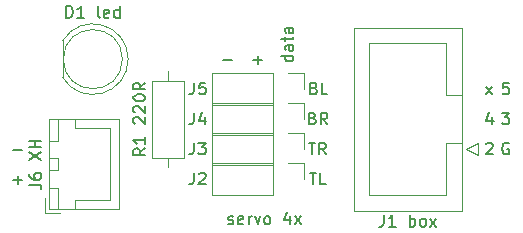
<source format=gbr>
%TF.GenerationSoftware,KiCad,Pcbnew,7.0.7*%
%TF.CreationDate,2024-12-21T21:28:54+01:00*%
%TF.ProjectId,servo_board,73657276-6f5f-4626-9f61-72642e6b6963,1.0*%
%TF.SameCoordinates,Original*%
%TF.FileFunction,Legend,Top*%
%TF.FilePolarity,Positive*%
%FSLAX46Y46*%
G04 Gerber Fmt 4.6, Leading zero omitted, Abs format (unit mm)*
G04 Created by KiCad (PCBNEW 7.0.7) date 2024-12-21 21:28:54*
%MOMM*%
%LPD*%
G01*
G04 APERTURE LIST*
%ADD10C,0.150000*%
%ADD11C,0.120000*%
G04 APERTURE END LIST*
D10*
X97409048Y-55953866D02*
X98170953Y-55953866D01*
X97790000Y-56334819D02*
X97790000Y-55572914D01*
X95289160Y-69822200D02*
X95384398Y-69869819D01*
X95384398Y-69869819D02*
X95574874Y-69869819D01*
X95574874Y-69869819D02*
X95670112Y-69822200D01*
X95670112Y-69822200D02*
X95717731Y-69726961D01*
X95717731Y-69726961D02*
X95717731Y-69679342D01*
X95717731Y-69679342D02*
X95670112Y-69584104D01*
X95670112Y-69584104D02*
X95574874Y-69536485D01*
X95574874Y-69536485D02*
X95432017Y-69536485D01*
X95432017Y-69536485D02*
X95336779Y-69488866D01*
X95336779Y-69488866D02*
X95289160Y-69393628D01*
X95289160Y-69393628D02*
X95289160Y-69346009D01*
X95289160Y-69346009D02*
X95336779Y-69250771D01*
X95336779Y-69250771D02*
X95432017Y-69203152D01*
X95432017Y-69203152D02*
X95574874Y-69203152D01*
X95574874Y-69203152D02*
X95670112Y-69250771D01*
X96527255Y-69822200D02*
X96432017Y-69869819D01*
X96432017Y-69869819D02*
X96241541Y-69869819D01*
X96241541Y-69869819D02*
X96146303Y-69822200D01*
X96146303Y-69822200D02*
X96098684Y-69726961D01*
X96098684Y-69726961D02*
X96098684Y-69346009D01*
X96098684Y-69346009D02*
X96146303Y-69250771D01*
X96146303Y-69250771D02*
X96241541Y-69203152D01*
X96241541Y-69203152D02*
X96432017Y-69203152D01*
X96432017Y-69203152D02*
X96527255Y-69250771D01*
X96527255Y-69250771D02*
X96574874Y-69346009D01*
X96574874Y-69346009D02*
X96574874Y-69441247D01*
X96574874Y-69441247D02*
X96098684Y-69536485D01*
X97003446Y-69869819D02*
X97003446Y-69203152D01*
X97003446Y-69393628D02*
X97051065Y-69298390D01*
X97051065Y-69298390D02*
X97098684Y-69250771D01*
X97098684Y-69250771D02*
X97193922Y-69203152D01*
X97193922Y-69203152D02*
X97289160Y-69203152D01*
X97527256Y-69203152D02*
X97765351Y-69869819D01*
X97765351Y-69869819D02*
X98003446Y-69203152D01*
X98527256Y-69869819D02*
X98432018Y-69822200D01*
X98432018Y-69822200D02*
X98384399Y-69774580D01*
X98384399Y-69774580D02*
X98336780Y-69679342D01*
X98336780Y-69679342D02*
X98336780Y-69393628D01*
X98336780Y-69393628D02*
X98384399Y-69298390D01*
X98384399Y-69298390D02*
X98432018Y-69250771D01*
X98432018Y-69250771D02*
X98527256Y-69203152D01*
X98527256Y-69203152D02*
X98670113Y-69203152D01*
X98670113Y-69203152D02*
X98765351Y-69250771D01*
X98765351Y-69250771D02*
X98812970Y-69298390D01*
X98812970Y-69298390D02*
X98860589Y-69393628D01*
X98860589Y-69393628D02*
X98860589Y-69679342D01*
X98860589Y-69679342D02*
X98812970Y-69774580D01*
X98812970Y-69774580D02*
X98765351Y-69822200D01*
X98765351Y-69822200D02*
X98670113Y-69869819D01*
X98670113Y-69869819D02*
X98527256Y-69869819D01*
X100479637Y-69203152D02*
X100479637Y-69869819D01*
X100241542Y-68822200D02*
X100003447Y-69536485D01*
X100003447Y-69536485D02*
X100622494Y-69536485D01*
X100908209Y-69869819D02*
X101432018Y-69203152D01*
X100908209Y-69203152D02*
X101432018Y-69869819D01*
X119043220Y-63002438D02*
X118947982Y-62954819D01*
X118947982Y-62954819D02*
X118805125Y-62954819D01*
X118805125Y-62954819D02*
X118662268Y-63002438D01*
X118662268Y-63002438D02*
X118567030Y-63097676D01*
X118567030Y-63097676D02*
X118519411Y-63192914D01*
X118519411Y-63192914D02*
X118471792Y-63383390D01*
X118471792Y-63383390D02*
X118471792Y-63526247D01*
X118471792Y-63526247D02*
X118519411Y-63716723D01*
X118519411Y-63716723D02*
X118567030Y-63811961D01*
X118567030Y-63811961D02*
X118662268Y-63907200D01*
X118662268Y-63907200D02*
X118805125Y-63954819D01*
X118805125Y-63954819D02*
X118900363Y-63954819D01*
X118900363Y-63954819D02*
X119043220Y-63907200D01*
X119043220Y-63907200D02*
X119090839Y-63859580D01*
X119090839Y-63859580D02*
X119090839Y-63526247D01*
X119090839Y-63526247D02*
X118900363Y-63526247D01*
X118471792Y-60414819D02*
X119090839Y-60414819D01*
X119090839Y-60414819D02*
X118757506Y-60795771D01*
X118757506Y-60795771D02*
X118900363Y-60795771D01*
X118900363Y-60795771D02*
X118995601Y-60843390D01*
X118995601Y-60843390D02*
X119043220Y-60891009D01*
X119043220Y-60891009D02*
X119090839Y-60986247D01*
X119090839Y-60986247D02*
X119090839Y-61224342D01*
X119090839Y-61224342D02*
X119043220Y-61319580D01*
X119043220Y-61319580D02*
X118995601Y-61367200D01*
X118995601Y-61367200D02*
X118900363Y-61414819D01*
X118900363Y-61414819D02*
X118614649Y-61414819D01*
X118614649Y-61414819D02*
X118519411Y-61367200D01*
X118519411Y-61367200D02*
X118471792Y-61319580D01*
X117129160Y-63050057D02*
X117176779Y-63002438D01*
X117176779Y-63002438D02*
X117272017Y-62954819D01*
X117272017Y-62954819D02*
X117510112Y-62954819D01*
X117510112Y-62954819D02*
X117605350Y-63002438D01*
X117605350Y-63002438D02*
X117652969Y-63050057D01*
X117652969Y-63050057D02*
X117700588Y-63145295D01*
X117700588Y-63145295D02*
X117700588Y-63240533D01*
X117700588Y-63240533D02*
X117652969Y-63383390D01*
X117652969Y-63383390D02*
X117081541Y-63954819D01*
X117081541Y-63954819D02*
X117700588Y-63954819D01*
X117605350Y-60748152D02*
X117605350Y-61414819D01*
X117367255Y-60367200D02*
X117129160Y-61081485D01*
X117129160Y-61081485D02*
X117748207Y-61081485D01*
X119043220Y-57874819D02*
X118567030Y-57874819D01*
X118567030Y-57874819D02*
X118519411Y-58351009D01*
X118519411Y-58351009D02*
X118567030Y-58303390D01*
X118567030Y-58303390D02*
X118662268Y-58255771D01*
X118662268Y-58255771D02*
X118900363Y-58255771D01*
X118900363Y-58255771D02*
X118995601Y-58303390D01*
X118995601Y-58303390D02*
X119043220Y-58351009D01*
X119043220Y-58351009D02*
X119090839Y-58446247D01*
X119090839Y-58446247D02*
X119090839Y-58684342D01*
X119090839Y-58684342D02*
X119043220Y-58779580D01*
X119043220Y-58779580D02*
X118995601Y-58827200D01*
X118995601Y-58827200D02*
X118900363Y-58874819D01*
X118900363Y-58874819D02*
X118662268Y-58874819D01*
X118662268Y-58874819D02*
X118567030Y-58827200D01*
X118567030Y-58827200D02*
X118519411Y-58779580D01*
X117081541Y-58874819D02*
X117605350Y-58208152D01*
X117081541Y-58208152D02*
X117605350Y-58874819D01*
X102536666Y-58351009D02*
X102679523Y-58398628D01*
X102679523Y-58398628D02*
X102727142Y-58446247D01*
X102727142Y-58446247D02*
X102774761Y-58541485D01*
X102774761Y-58541485D02*
X102774761Y-58684342D01*
X102774761Y-58684342D02*
X102727142Y-58779580D01*
X102727142Y-58779580D02*
X102679523Y-58827200D01*
X102679523Y-58827200D02*
X102584285Y-58874819D01*
X102584285Y-58874819D02*
X102203333Y-58874819D01*
X102203333Y-58874819D02*
X102203333Y-57874819D01*
X102203333Y-57874819D02*
X102536666Y-57874819D01*
X102536666Y-57874819D02*
X102631904Y-57922438D01*
X102631904Y-57922438D02*
X102679523Y-57970057D01*
X102679523Y-57970057D02*
X102727142Y-58065295D01*
X102727142Y-58065295D02*
X102727142Y-58160533D01*
X102727142Y-58160533D02*
X102679523Y-58255771D01*
X102679523Y-58255771D02*
X102631904Y-58303390D01*
X102631904Y-58303390D02*
X102536666Y-58351009D01*
X102536666Y-58351009D02*
X102203333Y-58351009D01*
X103679523Y-58874819D02*
X103203333Y-58874819D01*
X103203333Y-58874819D02*
X103203333Y-57874819D01*
X102441428Y-60891009D02*
X102584285Y-60938628D01*
X102584285Y-60938628D02*
X102631904Y-60986247D01*
X102631904Y-60986247D02*
X102679523Y-61081485D01*
X102679523Y-61081485D02*
X102679523Y-61224342D01*
X102679523Y-61224342D02*
X102631904Y-61319580D01*
X102631904Y-61319580D02*
X102584285Y-61367200D01*
X102584285Y-61367200D02*
X102489047Y-61414819D01*
X102489047Y-61414819D02*
X102108095Y-61414819D01*
X102108095Y-61414819D02*
X102108095Y-60414819D01*
X102108095Y-60414819D02*
X102441428Y-60414819D01*
X102441428Y-60414819D02*
X102536666Y-60462438D01*
X102536666Y-60462438D02*
X102584285Y-60510057D01*
X102584285Y-60510057D02*
X102631904Y-60605295D01*
X102631904Y-60605295D02*
X102631904Y-60700533D01*
X102631904Y-60700533D02*
X102584285Y-60795771D01*
X102584285Y-60795771D02*
X102536666Y-60843390D01*
X102536666Y-60843390D02*
X102441428Y-60891009D01*
X102441428Y-60891009D02*
X102108095Y-60891009D01*
X103679523Y-61414819D02*
X103346190Y-60938628D01*
X103108095Y-61414819D02*
X103108095Y-60414819D01*
X103108095Y-60414819D02*
X103489047Y-60414819D01*
X103489047Y-60414819D02*
X103584285Y-60462438D01*
X103584285Y-60462438D02*
X103631904Y-60510057D01*
X103631904Y-60510057D02*
X103679523Y-60605295D01*
X103679523Y-60605295D02*
X103679523Y-60748152D01*
X103679523Y-60748152D02*
X103631904Y-60843390D01*
X103631904Y-60843390D02*
X103584285Y-60891009D01*
X103584285Y-60891009D02*
X103489047Y-60938628D01*
X103489047Y-60938628D02*
X103108095Y-60938628D01*
X102084286Y-62954819D02*
X102655714Y-62954819D01*
X102370000Y-63954819D02*
X102370000Y-62954819D01*
X103560476Y-63954819D02*
X103227143Y-63478628D01*
X102989048Y-63954819D02*
X102989048Y-62954819D01*
X102989048Y-62954819D02*
X103370000Y-62954819D01*
X103370000Y-62954819D02*
X103465238Y-63002438D01*
X103465238Y-63002438D02*
X103512857Y-63050057D01*
X103512857Y-63050057D02*
X103560476Y-63145295D01*
X103560476Y-63145295D02*
X103560476Y-63288152D01*
X103560476Y-63288152D02*
X103512857Y-63383390D01*
X103512857Y-63383390D02*
X103465238Y-63431009D01*
X103465238Y-63431009D02*
X103370000Y-63478628D01*
X103370000Y-63478628D02*
X102989048Y-63478628D01*
X102179524Y-65494819D02*
X102750952Y-65494819D01*
X102465238Y-66494819D02*
X102465238Y-65494819D01*
X103560476Y-66494819D02*
X103084286Y-66494819D01*
X103084286Y-66494819D02*
X103084286Y-65494819D01*
X100784819Y-55586190D02*
X99784819Y-55586190D01*
X100737200Y-55586190D02*
X100784819Y-55681428D01*
X100784819Y-55681428D02*
X100784819Y-55871904D01*
X100784819Y-55871904D02*
X100737200Y-55967142D01*
X100737200Y-55967142D02*
X100689580Y-56014761D01*
X100689580Y-56014761D02*
X100594342Y-56062380D01*
X100594342Y-56062380D02*
X100308628Y-56062380D01*
X100308628Y-56062380D02*
X100213390Y-56014761D01*
X100213390Y-56014761D02*
X100165771Y-55967142D01*
X100165771Y-55967142D02*
X100118152Y-55871904D01*
X100118152Y-55871904D02*
X100118152Y-55681428D01*
X100118152Y-55681428D02*
X100165771Y-55586190D01*
X100784819Y-54681428D02*
X100261009Y-54681428D01*
X100261009Y-54681428D02*
X100165771Y-54729047D01*
X100165771Y-54729047D02*
X100118152Y-54824285D01*
X100118152Y-54824285D02*
X100118152Y-55014761D01*
X100118152Y-55014761D02*
X100165771Y-55109999D01*
X100737200Y-54681428D02*
X100784819Y-54776666D01*
X100784819Y-54776666D02*
X100784819Y-55014761D01*
X100784819Y-55014761D02*
X100737200Y-55109999D01*
X100737200Y-55109999D02*
X100641961Y-55157618D01*
X100641961Y-55157618D02*
X100546723Y-55157618D01*
X100546723Y-55157618D02*
X100451485Y-55109999D01*
X100451485Y-55109999D02*
X100403866Y-55014761D01*
X100403866Y-55014761D02*
X100403866Y-54776666D01*
X100403866Y-54776666D02*
X100356247Y-54681428D01*
X100118152Y-54348094D02*
X100118152Y-53967142D01*
X99784819Y-54205237D02*
X100641961Y-54205237D01*
X100641961Y-54205237D02*
X100737200Y-54157618D01*
X100737200Y-54157618D02*
X100784819Y-54062380D01*
X100784819Y-54062380D02*
X100784819Y-53967142D01*
X100784819Y-53205237D02*
X100261009Y-53205237D01*
X100261009Y-53205237D02*
X100165771Y-53252856D01*
X100165771Y-53252856D02*
X100118152Y-53348094D01*
X100118152Y-53348094D02*
X100118152Y-53538570D01*
X100118152Y-53538570D02*
X100165771Y-53633808D01*
X100737200Y-53205237D02*
X100784819Y-53300475D01*
X100784819Y-53300475D02*
X100784819Y-53538570D01*
X100784819Y-53538570D02*
X100737200Y-53633808D01*
X100737200Y-53633808D02*
X100641961Y-53681427D01*
X100641961Y-53681427D02*
X100546723Y-53681427D01*
X100546723Y-53681427D02*
X100451485Y-53633808D01*
X100451485Y-53633808D02*
X100403866Y-53538570D01*
X100403866Y-53538570D02*
X100403866Y-53300475D01*
X100403866Y-53300475D02*
X100356247Y-53205237D01*
X94869048Y-55953866D02*
X95630953Y-55953866D01*
X77089048Y-63573866D02*
X77850953Y-63573866D01*
X77089048Y-66113866D02*
X77850953Y-66113866D01*
X77470000Y-66494819D02*
X77470000Y-65732914D01*
X88254819Y-63436190D02*
X87778628Y-63769523D01*
X88254819Y-64007618D02*
X87254819Y-64007618D01*
X87254819Y-64007618D02*
X87254819Y-63626666D01*
X87254819Y-63626666D02*
X87302438Y-63531428D01*
X87302438Y-63531428D02*
X87350057Y-63483809D01*
X87350057Y-63483809D02*
X87445295Y-63436190D01*
X87445295Y-63436190D02*
X87588152Y-63436190D01*
X87588152Y-63436190D02*
X87683390Y-63483809D01*
X87683390Y-63483809D02*
X87731009Y-63531428D01*
X87731009Y-63531428D02*
X87778628Y-63626666D01*
X87778628Y-63626666D02*
X87778628Y-64007618D01*
X88254819Y-62483809D02*
X88254819Y-63055237D01*
X88254819Y-62769523D02*
X87254819Y-62769523D01*
X87254819Y-62769523D02*
X87397676Y-62864761D01*
X87397676Y-62864761D02*
X87492914Y-62959999D01*
X87492914Y-62959999D02*
X87540533Y-63055237D01*
X87350057Y-61340951D02*
X87302438Y-61293332D01*
X87302438Y-61293332D02*
X87254819Y-61198094D01*
X87254819Y-61198094D02*
X87254819Y-60959999D01*
X87254819Y-60959999D02*
X87302438Y-60864761D01*
X87302438Y-60864761D02*
X87350057Y-60817142D01*
X87350057Y-60817142D02*
X87445295Y-60769523D01*
X87445295Y-60769523D02*
X87540533Y-60769523D01*
X87540533Y-60769523D02*
X87683390Y-60817142D01*
X87683390Y-60817142D02*
X88254819Y-61388570D01*
X88254819Y-61388570D02*
X88254819Y-60769523D01*
X87350057Y-60388570D02*
X87302438Y-60340951D01*
X87302438Y-60340951D02*
X87254819Y-60245713D01*
X87254819Y-60245713D02*
X87254819Y-60007618D01*
X87254819Y-60007618D02*
X87302438Y-59912380D01*
X87302438Y-59912380D02*
X87350057Y-59864761D01*
X87350057Y-59864761D02*
X87445295Y-59817142D01*
X87445295Y-59817142D02*
X87540533Y-59817142D01*
X87540533Y-59817142D02*
X87683390Y-59864761D01*
X87683390Y-59864761D02*
X88254819Y-60436189D01*
X88254819Y-60436189D02*
X88254819Y-59817142D01*
X87254819Y-59198094D02*
X87254819Y-59102856D01*
X87254819Y-59102856D02*
X87302438Y-59007618D01*
X87302438Y-59007618D02*
X87350057Y-58959999D01*
X87350057Y-58959999D02*
X87445295Y-58912380D01*
X87445295Y-58912380D02*
X87635771Y-58864761D01*
X87635771Y-58864761D02*
X87873866Y-58864761D01*
X87873866Y-58864761D02*
X88064342Y-58912380D01*
X88064342Y-58912380D02*
X88159580Y-58959999D01*
X88159580Y-58959999D02*
X88207200Y-59007618D01*
X88207200Y-59007618D02*
X88254819Y-59102856D01*
X88254819Y-59102856D02*
X88254819Y-59198094D01*
X88254819Y-59198094D02*
X88207200Y-59293332D01*
X88207200Y-59293332D02*
X88159580Y-59340951D01*
X88159580Y-59340951D02*
X88064342Y-59388570D01*
X88064342Y-59388570D02*
X87873866Y-59436189D01*
X87873866Y-59436189D02*
X87635771Y-59436189D01*
X87635771Y-59436189D02*
X87445295Y-59388570D01*
X87445295Y-59388570D02*
X87350057Y-59340951D01*
X87350057Y-59340951D02*
X87302438Y-59293332D01*
X87302438Y-59293332D02*
X87254819Y-59198094D01*
X88254819Y-57864761D02*
X87778628Y-58198094D01*
X88254819Y-58436189D02*
X87254819Y-58436189D01*
X87254819Y-58436189D02*
X87254819Y-58055237D01*
X87254819Y-58055237D02*
X87302438Y-57959999D01*
X87302438Y-57959999D02*
X87350057Y-57912380D01*
X87350057Y-57912380D02*
X87445295Y-57864761D01*
X87445295Y-57864761D02*
X87588152Y-57864761D01*
X87588152Y-57864761D02*
X87683390Y-57912380D01*
X87683390Y-57912380D02*
X87731009Y-57959999D01*
X87731009Y-57959999D02*
X87778628Y-58055237D01*
X87778628Y-58055237D02*
X87778628Y-58436189D01*
X78454819Y-66504285D02*
X79169104Y-66504285D01*
X79169104Y-66504285D02*
X79311961Y-66551904D01*
X79311961Y-66551904D02*
X79407200Y-66647142D01*
X79407200Y-66647142D02*
X79454819Y-66789999D01*
X79454819Y-66789999D02*
X79454819Y-66885237D01*
X78454819Y-65599523D02*
X78454819Y-65789999D01*
X78454819Y-65789999D02*
X78502438Y-65885237D01*
X78502438Y-65885237D02*
X78550057Y-65932856D01*
X78550057Y-65932856D02*
X78692914Y-66028094D01*
X78692914Y-66028094D02*
X78883390Y-66075713D01*
X78883390Y-66075713D02*
X79264342Y-66075713D01*
X79264342Y-66075713D02*
X79359580Y-66028094D01*
X79359580Y-66028094D02*
X79407200Y-65980475D01*
X79407200Y-65980475D02*
X79454819Y-65885237D01*
X79454819Y-65885237D02*
X79454819Y-65694761D01*
X79454819Y-65694761D02*
X79407200Y-65599523D01*
X79407200Y-65599523D02*
X79359580Y-65551904D01*
X79359580Y-65551904D02*
X79264342Y-65504285D01*
X79264342Y-65504285D02*
X79026247Y-65504285D01*
X79026247Y-65504285D02*
X78931009Y-65551904D01*
X78931009Y-65551904D02*
X78883390Y-65599523D01*
X78883390Y-65599523D02*
X78835771Y-65694761D01*
X78835771Y-65694761D02*
X78835771Y-65885237D01*
X78835771Y-65885237D02*
X78883390Y-65980475D01*
X78883390Y-65980475D02*
X78931009Y-66028094D01*
X78931009Y-66028094D02*
X79026247Y-66075713D01*
X78454819Y-64409046D02*
X79454819Y-63742380D01*
X78454819Y-63742380D02*
X79454819Y-64409046D01*
X79454819Y-63361427D02*
X78454819Y-63361427D01*
X78931009Y-63361427D02*
X78931009Y-62789999D01*
X79454819Y-62789999D02*
X78454819Y-62789999D01*
X92376666Y-57874819D02*
X92376666Y-58589104D01*
X92376666Y-58589104D02*
X92329047Y-58731961D01*
X92329047Y-58731961D02*
X92233809Y-58827200D01*
X92233809Y-58827200D02*
X92090952Y-58874819D01*
X92090952Y-58874819D02*
X91995714Y-58874819D01*
X93329047Y-57874819D02*
X92852857Y-57874819D01*
X92852857Y-57874819D02*
X92805238Y-58351009D01*
X92805238Y-58351009D02*
X92852857Y-58303390D01*
X92852857Y-58303390D02*
X92948095Y-58255771D01*
X92948095Y-58255771D02*
X93186190Y-58255771D01*
X93186190Y-58255771D02*
X93281428Y-58303390D01*
X93281428Y-58303390D02*
X93329047Y-58351009D01*
X93329047Y-58351009D02*
X93376666Y-58446247D01*
X93376666Y-58446247D02*
X93376666Y-58684342D01*
X93376666Y-58684342D02*
X93329047Y-58779580D01*
X93329047Y-58779580D02*
X93281428Y-58827200D01*
X93281428Y-58827200D02*
X93186190Y-58874819D01*
X93186190Y-58874819D02*
X92948095Y-58874819D01*
X92948095Y-58874819D02*
X92852857Y-58827200D01*
X92852857Y-58827200D02*
X92805238Y-58779580D01*
X92376666Y-60414819D02*
X92376666Y-61129104D01*
X92376666Y-61129104D02*
X92329047Y-61271961D01*
X92329047Y-61271961D02*
X92233809Y-61367200D01*
X92233809Y-61367200D02*
X92090952Y-61414819D01*
X92090952Y-61414819D02*
X91995714Y-61414819D01*
X93281428Y-60748152D02*
X93281428Y-61414819D01*
X93043333Y-60367200D02*
X92805238Y-61081485D01*
X92805238Y-61081485D02*
X93424285Y-61081485D01*
X92376666Y-62954819D02*
X92376666Y-63669104D01*
X92376666Y-63669104D02*
X92329047Y-63811961D01*
X92329047Y-63811961D02*
X92233809Y-63907200D01*
X92233809Y-63907200D02*
X92090952Y-63954819D01*
X92090952Y-63954819D02*
X91995714Y-63954819D01*
X92757619Y-62954819D02*
X93376666Y-62954819D01*
X93376666Y-62954819D02*
X93043333Y-63335771D01*
X93043333Y-63335771D02*
X93186190Y-63335771D01*
X93186190Y-63335771D02*
X93281428Y-63383390D01*
X93281428Y-63383390D02*
X93329047Y-63431009D01*
X93329047Y-63431009D02*
X93376666Y-63526247D01*
X93376666Y-63526247D02*
X93376666Y-63764342D01*
X93376666Y-63764342D02*
X93329047Y-63859580D01*
X93329047Y-63859580D02*
X93281428Y-63907200D01*
X93281428Y-63907200D02*
X93186190Y-63954819D01*
X93186190Y-63954819D02*
X92900476Y-63954819D01*
X92900476Y-63954819D02*
X92805238Y-63907200D01*
X92805238Y-63907200D02*
X92757619Y-63859580D01*
X92376666Y-65494819D02*
X92376666Y-66209104D01*
X92376666Y-66209104D02*
X92329047Y-66351961D01*
X92329047Y-66351961D02*
X92233809Y-66447200D01*
X92233809Y-66447200D02*
X92090952Y-66494819D01*
X92090952Y-66494819D02*
X91995714Y-66494819D01*
X92805238Y-65590057D02*
X92852857Y-65542438D01*
X92852857Y-65542438D02*
X92948095Y-65494819D01*
X92948095Y-65494819D02*
X93186190Y-65494819D01*
X93186190Y-65494819D02*
X93281428Y-65542438D01*
X93281428Y-65542438D02*
X93329047Y-65590057D01*
X93329047Y-65590057D02*
X93376666Y-65685295D01*
X93376666Y-65685295D02*
X93376666Y-65780533D01*
X93376666Y-65780533D02*
X93329047Y-65923390D01*
X93329047Y-65923390D02*
X92757619Y-66494819D01*
X92757619Y-66494819D02*
X93376666Y-66494819D01*
X108466190Y-69054819D02*
X108466190Y-69769104D01*
X108466190Y-69769104D02*
X108418571Y-69911961D01*
X108418571Y-69911961D02*
X108323333Y-70007200D01*
X108323333Y-70007200D02*
X108180476Y-70054819D01*
X108180476Y-70054819D02*
X108085238Y-70054819D01*
X109466190Y-70054819D02*
X108894762Y-70054819D01*
X109180476Y-70054819D02*
X109180476Y-69054819D01*
X109180476Y-69054819D02*
X109085238Y-69197676D01*
X109085238Y-69197676D02*
X108990000Y-69292914D01*
X108990000Y-69292914D02*
X108894762Y-69340533D01*
X110656667Y-70054819D02*
X110656667Y-69054819D01*
X110656667Y-69435771D02*
X110751905Y-69388152D01*
X110751905Y-69388152D02*
X110942381Y-69388152D01*
X110942381Y-69388152D02*
X111037619Y-69435771D01*
X111037619Y-69435771D02*
X111085238Y-69483390D01*
X111085238Y-69483390D02*
X111132857Y-69578628D01*
X111132857Y-69578628D02*
X111132857Y-69864342D01*
X111132857Y-69864342D02*
X111085238Y-69959580D01*
X111085238Y-69959580D02*
X111037619Y-70007200D01*
X111037619Y-70007200D02*
X110942381Y-70054819D01*
X110942381Y-70054819D02*
X110751905Y-70054819D01*
X110751905Y-70054819D02*
X110656667Y-70007200D01*
X111704286Y-70054819D02*
X111609048Y-70007200D01*
X111609048Y-70007200D02*
X111561429Y-69959580D01*
X111561429Y-69959580D02*
X111513810Y-69864342D01*
X111513810Y-69864342D02*
X111513810Y-69578628D01*
X111513810Y-69578628D02*
X111561429Y-69483390D01*
X111561429Y-69483390D02*
X111609048Y-69435771D01*
X111609048Y-69435771D02*
X111704286Y-69388152D01*
X111704286Y-69388152D02*
X111847143Y-69388152D01*
X111847143Y-69388152D02*
X111942381Y-69435771D01*
X111942381Y-69435771D02*
X111990000Y-69483390D01*
X111990000Y-69483390D02*
X112037619Y-69578628D01*
X112037619Y-69578628D02*
X112037619Y-69864342D01*
X112037619Y-69864342D02*
X111990000Y-69959580D01*
X111990000Y-69959580D02*
X111942381Y-70007200D01*
X111942381Y-70007200D02*
X111847143Y-70054819D01*
X111847143Y-70054819D02*
X111704286Y-70054819D01*
X112370953Y-70054819D02*
X112894762Y-69388152D01*
X112370953Y-69388152D02*
X112894762Y-70054819D01*
X81558095Y-52374819D02*
X81558095Y-51374819D01*
X81558095Y-51374819D02*
X81796190Y-51374819D01*
X81796190Y-51374819D02*
X81939047Y-51422438D01*
X81939047Y-51422438D02*
X82034285Y-51517676D01*
X82034285Y-51517676D02*
X82081904Y-51612914D01*
X82081904Y-51612914D02*
X82129523Y-51803390D01*
X82129523Y-51803390D02*
X82129523Y-51946247D01*
X82129523Y-51946247D02*
X82081904Y-52136723D01*
X82081904Y-52136723D02*
X82034285Y-52231961D01*
X82034285Y-52231961D02*
X81939047Y-52327200D01*
X81939047Y-52327200D02*
X81796190Y-52374819D01*
X81796190Y-52374819D02*
X81558095Y-52374819D01*
X83081904Y-52374819D02*
X82510476Y-52374819D01*
X82796190Y-52374819D02*
X82796190Y-51374819D01*
X82796190Y-51374819D02*
X82700952Y-51517676D01*
X82700952Y-51517676D02*
X82605714Y-51612914D01*
X82605714Y-51612914D02*
X82510476Y-51660533D01*
X84415238Y-52374819D02*
X84320000Y-52327200D01*
X84320000Y-52327200D02*
X84272381Y-52231961D01*
X84272381Y-52231961D02*
X84272381Y-51374819D01*
X85177143Y-52327200D02*
X85081905Y-52374819D01*
X85081905Y-52374819D02*
X84891429Y-52374819D01*
X84891429Y-52374819D02*
X84796191Y-52327200D01*
X84796191Y-52327200D02*
X84748572Y-52231961D01*
X84748572Y-52231961D02*
X84748572Y-51851009D01*
X84748572Y-51851009D02*
X84796191Y-51755771D01*
X84796191Y-51755771D02*
X84891429Y-51708152D01*
X84891429Y-51708152D02*
X85081905Y-51708152D01*
X85081905Y-51708152D02*
X85177143Y-51755771D01*
X85177143Y-51755771D02*
X85224762Y-51851009D01*
X85224762Y-51851009D02*
X85224762Y-51946247D01*
X85224762Y-51946247D02*
X84748572Y-52041485D01*
X86081905Y-52374819D02*
X86081905Y-51374819D01*
X86081905Y-52327200D02*
X85986667Y-52374819D01*
X85986667Y-52374819D02*
X85796191Y-52374819D01*
X85796191Y-52374819D02*
X85700953Y-52327200D01*
X85700953Y-52327200D02*
X85653334Y-52279580D01*
X85653334Y-52279580D02*
X85605715Y-52184342D01*
X85605715Y-52184342D02*
X85605715Y-51898628D01*
X85605715Y-51898628D02*
X85653334Y-51803390D01*
X85653334Y-51803390D02*
X85700953Y-51755771D01*
X85700953Y-51755771D02*
X85796191Y-51708152D01*
X85796191Y-51708152D02*
X85986667Y-51708152D01*
X85986667Y-51708152D02*
X86081905Y-51755771D01*
D11*
%TO.C,R1 220R*%
X90170000Y-56920000D02*
X90170000Y-57690000D01*
X90170000Y-65000000D02*
X90170000Y-64230000D01*
X88800000Y-64230000D02*
X91540000Y-64230000D01*
X91540000Y-57690000D02*
X88800000Y-57690000D01*
X91540000Y-64230000D02*
X91540000Y-57690000D01*
X88800000Y-57690000D02*
X88800000Y-64230000D01*
%TO.C,J6 XH*%
X82350000Y-60990000D02*
X82350000Y-61740000D01*
X82350000Y-61740000D02*
X85300000Y-61740000D01*
X85300000Y-61740000D02*
X85300000Y-64790000D01*
X82350000Y-67840000D02*
X85300000Y-67840000D01*
X80100000Y-64290000D02*
X80100000Y-65290000D01*
X80100000Y-65290000D02*
X80850000Y-65290000D01*
X80850000Y-65290000D02*
X80850000Y-64290000D01*
X80850000Y-62790000D02*
X80850000Y-60990000D01*
X80100000Y-60990000D02*
X80100000Y-62790000D01*
X79800000Y-68890000D02*
X81050000Y-68890000D01*
X80090000Y-68600000D02*
X86060000Y-68600000D01*
X80100000Y-68590000D02*
X80850000Y-68590000D01*
X86060000Y-68600000D02*
X86060000Y-60980000D01*
X80850000Y-64290000D02*
X80100000Y-64290000D01*
X82350000Y-68590000D02*
X82350000Y-67840000D01*
X80850000Y-68590000D02*
X80850000Y-66790000D01*
X79800000Y-67640000D02*
X79800000Y-68890000D01*
X80850000Y-60990000D02*
X80100000Y-60990000D01*
X80100000Y-66790000D02*
X80100000Y-68590000D01*
X80090000Y-60980000D02*
X80090000Y-68600000D01*
X85300000Y-67840000D02*
X85300000Y-64790000D01*
X80100000Y-62790000D02*
X80850000Y-62790000D01*
X86060000Y-60980000D02*
X80090000Y-60980000D01*
X80850000Y-66790000D02*
X80100000Y-66790000D01*
%TO.C,J5*%
X93920000Y-57090000D02*
X93920000Y-59750000D01*
X99060000Y-57090000D02*
X93920000Y-57090000D01*
X100330000Y-57090000D02*
X101660000Y-57090000D01*
X99060000Y-59750000D02*
X93920000Y-59750000D01*
X101660000Y-57090000D02*
X101660000Y-58420000D01*
X99060000Y-57090000D02*
X99060000Y-59750000D01*
%TO.C,J4*%
X93920000Y-59630000D02*
X93920000Y-62290000D01*
X99060000Y-59630000D02*
X93920000Y-59630000D01*
X100330000Y-59630000D02*
X101660000Y-59630000D01*
X99060000Y-62290000D02*
X93920000Y-62290000D01*
X101660000Y-59630000D02*
X101660000Y-60960000D01*
X99060000Y-59630000D02*
X99060000Y-62290000D01*
%TO.C,J3*%
X93920000Y-62170000D02*
X93920000Y-64830000D01*
X99060000Y-62170000D02*
X93920000Y-62170000D01*
X100330000Y-62170000D02*
X101660000Y-62170000D01*
X99060000Y-64830000D02*
X93920000Y-64830000D01*
X101660000Y-62170000D02*
X101660000Y-63500000D01*
X99060000Y-62170000D02*
X99060000Y-64830000D01*
%TO.C,J2*%
X99060000Y-64710000D02*
X99060000Y-67370000D01*
X101660000Y-64710000D02*
X101660000Y-66040000D01*
X99060000Y-67370000D02*
X93920000Y-67370000D01*
X100330000Y-64710000D02*
X101660000Y-64710000D01*
X99060000Y-64710000D02*
X93920000Y-64710000D01*
X93920000Y-64710000D02*
X93920000Y-67370000D01*
%TO.C,J1 box*%
X113740000Y-58910000D02*
X113740000Y-58910000D01*
X113740000Y-67410000D02*
X107240000Y-67410000D01*
X107240000Y-54510000D02*
X113740000Y-54510000D01*
X116440000Y-64000000D02*
X116440000Y-63000000D01*
X113740000Y-54510000D02*
X113740000Y-58910000D01*
X113740000Y-63010000D02*
X113740000Y-67410000D01*
X115050000Y-68710000D02*
X105930000Y-68710000D01*
X105930000Y-53210000D02*
X115050000Y-53210000D01*
X115050000Y-63010000D02*
X113740000Y-63010000D01*
X107240000Y-67410000D02*
X107240000Y-54510000D01*
X115440000Y-63500000D02*
X116440000Y-64000000D01*
X115050000Y-53210000D02*
X115050000Y-68710000D01*
X105930000Y-68710000D02*
X105930000Y-53210000D01*
X116440000Y-63000000D02*
X115440000Y-63500000D01*
X113740000Y-58910000D02*
X115050000Y-58910000D01*
%TO.C,D1 led*%
X81260000Y-54335000D02*
X81260000Y-57425000D01*
X81260000Y-57424830D02*
G75*
G03*
X86810000Y-55879538I2560000J1544830D01*
G01*
X86809999Y-55880462D02*
G75*
G03*
X81260001Y-54335170I-2989999J462D01*
G01*
X86320000Y-55880000D02*
G75*
G03*
X86320000Y-55880000I-2500000J0D01*
G01*
%TD*%
M02*

</source>
